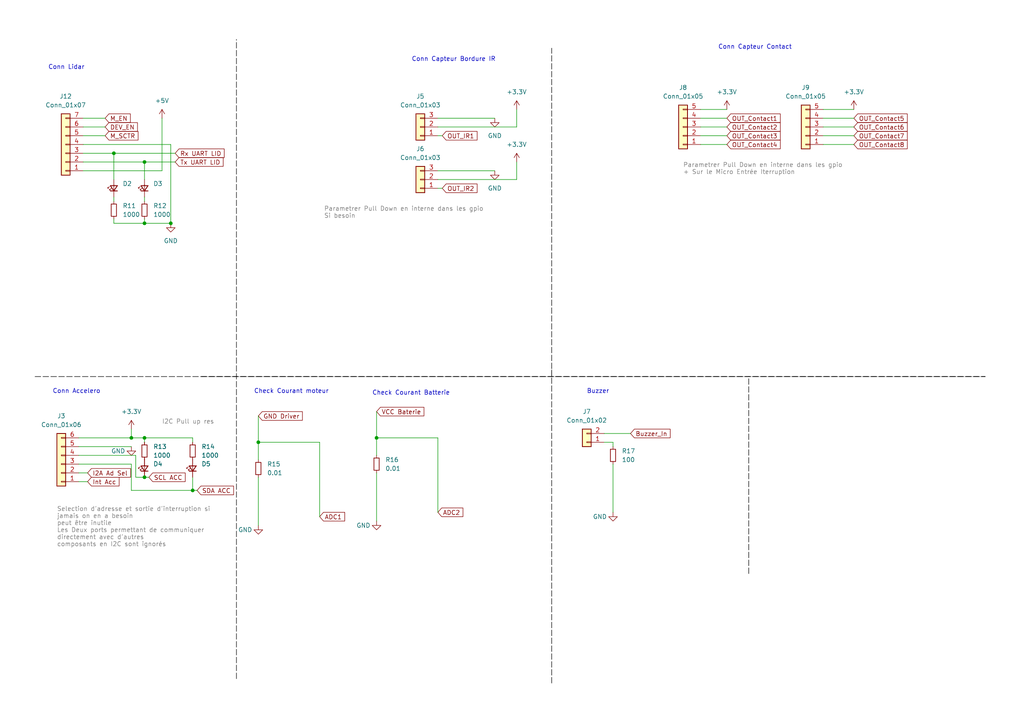
<source format=kicad_sch>
(kicad_sch (version 20230121) (generator eeschema)
  (paper "A4")
  (lib_symbols
    (symbol "Connector_Generic:Conn_01x02" (pin_names (offset 1.016) hide)
      (property "Reference" "J" (at 0 2.54 0))
      (property "Value" "Conn_01x02" (at 0 -5.08 0))
      (symbol "Conn_01x02_1_1"
        (rectangle (start -1.27 -2.413) (end 0 -2.667) (stroke (width 0.1524)))
        (rectangle (start -1.27 0.127) (end 0 -0.127) (stroke (width 0.1524)))
        (rectangle (start -1.27 1.27) (end 1.27 -3.81) (stroke (width 0.254)) (fill (type background)))
        (pin passive line (at -5.08 0 0) (length 3.81) (name "Pin_1") (number "1"))
        (pin passive line (at -5.08 -2.54 0) (length 3.81) (name "Pin_2") (number "2"))
      )
    )
    (symbol "Connector_Generic:Conn_01x03" (pin_names (offset 1.016) hide)
      (property "Reference" "J" (at 0 5.08 0))
      (property "Value" "Conn_01x03" (at 0 -5.08 0))
      (symbol "Conn_01x03_1_1"
        (rectangle (start -1.27 -2.413) (end 0 -2.667) (stroke (width 0.1524)))
        (rectangle (start -1.27 0.127) (end 0 -0.127) (stroke (width 0.1524)))
        (rectangle (start -1.27 2.667) (end 0 2.413) (stroke (width 0.1524)))
        (rectangle (start -1.27 3.81) (end 1.27 -3.81) (stroke (width 0.254)) (fill (type background)))
        (pin passive line (at -5.08 2.54 0) (length 3.81) (name "Pin_1") (number "1"))
        (pin passive line (at -5.08 0 0) (length 3.81) (name "Pin_2") (number "2"))
        (pin passive line (at -5.08 -2.54 0) (length 3.81) (name "Pin_3") (number "3"))
      )
    )
    (symbol "Connector_Generic:Conn_01x05" (pin_names (offset 1.016) hide)
      (property "Reference" "J" (at 0 7.62 0))
      (property "Value" "Conn_01x05" (at 0 -7.62 0))
      (symbol "Conn_01x05_1_1"
        (rectangle (start -1.27 -4.953) (end 0 -5.207) (stroke (width 0.1524)))
        (rectangle (start -1.27 -2.413) (end 0 -2.667) (stroke (width 0.1524)))
        (rectangle (start -1.27 0.127) (end 0 -0.127) (stroke (width 0.1524)))
        (rectangle (start -1.27 2.667) (end 0 2.413) (stroke (width 0.1524)))
        (rectangle (start -1.27 5.207) (end 0 4.953) (stroke (width 0.1524)))
        (rectangle (start -1.27 6.35) (end 1.27 -6.35) (stroke (width 0.254)) (fill (type background)))
        (pin passive line (at -5.08 5.08 0) (length 3.81) (name "Pin_1") (number "1"))
        (pin passive line (at -5.08 2.54 0) (length 3.81) (name "Pin_2") (number "2"))
        (pin passive line (at -5.08 0 0) (length 3.81) (name "Pin_3") (number "3"))
        (pin passive line (at -5.08 -2.54 0) (length 3.81) (name "Pin_4") (number "4"))
        (pin passive line (at -5.08 -5.08 0) (length 3.81) (name "Pin_5") (number "5"))
      )
    )
    (symbol "Connector_Generic:Conn_01x06" (pin_names (offset 1.016) hide)
      (property "Reference" "J" (at 0 7.62 0))
      (property "Value" "Conn_01x06" (at 0 -10.16 0))
      (symbol "Conn_01x06_1_1"
        (rectangle (start -1.27 -7.493) (end 0 -7.747) (stroke (width 0.1524)))
        (rectangle (start -1.27 -4.953) (end 0 -5.207) (stroke (width 0.1524)))
        (rectangle (start -1.27 -2.413) (end 0 -2.667) (stroke (width 0.1524)))
        (rectangle (start -1.27 0.127) (end 0 -0.127) (stroke (width 0.1524)))
        (rectangle (start -1.27 2.667) (end 0 2.413) (stroke (width 0.1524)))
        (rectangle (start -1.27 5.207) (end 0 4.953) (stroke (width 0.1524)))
        (rectangle (start -1.27 6.35) (end 1.27 -8.89) (stroke (width 0.254)) (fill (type background)))
        (pin passive line (at -5.08 5.08 0) (length 3.81) (name "Pin_1") (number "1"))
        (pin passive line (at -5.08 2.54 0) (length 3.81) (name "Pin_2") (number "2"))
        (pin passive line (at -5.08 0 0) (length 3.81) (name "Pin_3") (number "3"))
        (pin passive line (at -5.08 -2.54 0) (length 3.81) (name "Pin_4") (number "4"))
        (pin passive line (at -5.08 -5.08 0) (length 3.81) (name "Pin_5") (number "5"))
        (pin passive line (at -5.08 -7.62 0) (length 3.81) (name "Pin_6") (number "6"))
      )
    )
    (symbol "Connector_Generic:Conn_01x07" (pin_names (offset 1.016) hide)
      (property "Reference" "J" (at 0 10.16 0))
      (property "Value" "Conn_01x07" (at 0 -10.16 0))
      (symbol "Conn_01x07_1_1"
        (rectangle (start -1.27 -7.493) (end 0 -7.747) (stroke (width 0.1524)))
        (rectangle (start -1.27 -4.953) (end 0 -5.207) (stroke (width 0.1524)))
        (rectangle (start -1.27 -2.413) (end 0 -2.667) (stroke (width 0.1524)))
        (rectangle (start -1.27 0.127) (end 0 -0.127) (stroke (width 0.1524)))
        (rectangle (start -1.27 2.667) (end 0 2.413) (stroke (width 0.1524)))
        (rectangle (start -1.27 5.207) (end 0 4.953) (stroke (width 0.1524)))
        (rectangle (start -1.27 7.747) (end 0 7.493) (stroke (width 0.1524)))
        (rectangle (start -1.27 8.89) (end 1.27 -8.89) (stroke (width 0.254)) (fill (type background)))
        (pin passive line (at -5.08 7.62 0) (length 3.81) (name "Pin_1") (number "1"))
        (pin passive line (at -5.08 5.08 0) (length 3.81) (name "Pin_2") (number "2"))
        (pin passive line (at -5.08 2.54 0) (length 3.81) (name "Pin_3") (number "3"))
        (pin passive line (at -5.08 0 0) (length 3.81) (name "Pin_4") (number "4"))
        (pin passive line (at -5.08 -2.54 0) (length 3.81) (name "Pin_5") (number "5"))
        (pin passive line (at -5.08 -5.08 0) (length 3.81) (name "Pin_6") (number "6"))
        (pin passive line (at -5.08 -7.62 0) (length 3.81) (name "Pin_7") (number "7"))
      )
    )
    (symbol "Device:LED_Small" (pin_numbers hide) (pin_names (offset 0.254) hide)
      (property "Reference" "D" (at -1.27 3.175 0))
      (property "Value" "LED_Small" (at -4.445 -2.54 0))
      (symbol "LED_Small_0_1"
        (polyline (pts (xy -0.762 -1.016) (xy -0.762 1.016)) (stroke (width 0.254)))
        (polyline (pts (xy 1.016 0) (xy -0.762 0)))
        (polyline (pts (xy 0.762 -1.016) (xy -0.762 0) (xy 0.762 1.016) (xy 0.762 -1.016)) (stroke (width 0.254)))
        (polyline (pts (xy 0 0.762) (xy -0.508 1.27) (xy -0.254 1.27) (xy -0.508 1.27) (xy -0.508 1.016)))
        (polyline (pts (xy 0.508 1.27) (xy 0 1.778) (xy 0.254 1.778) (xy 0 1.778) (xy 0 1.524)))
      )
      (symbol "LED_Small_1_1"
        (pin passive line (at -2.54 0 0) (length 1.778) (name "K") (number "1"))
        (pin passive line (at 2.54 0 180) (length 1.778) (name "A") (number "2"))
      )
    )
    (symbol "Device:R_Small" (pin_numbers hide) (pin_names (offset 0.254) hide)
      (property "Reference" "R" (at 0.762 0.508 0))
      (property "Value" "R_Small" (at 0.762 -1.016 0))
      (symbol "R_Small_0_1"
        (rectangle (start -0.762 1.778) (end 0.762 -1.778) (stroke (width 0.2032)))
      )
      (symbol "R_Small_1_1"
        (pin passive line (at 0 2.54 270) (length 0.762) (name "~") (number "1"))
        (pin passive line (at 0 -2.54 90) (length 0.762) (name "~") (number "2"))
      )
    )
    (symbol "power:+3.3V" (power) (pin_names (offset 0))
      (property "Value" "+3.3V" (at 0 3.556 0))
      (symbol "+3.3V_0_1"
        (polyline (pts (xy -0.762 1.27) (xy 0 2.54)))
        (polyline (pts (xy 0 0) (xy 0 2.54)))
        (polyline (pts (xy 0 2.54) (xy 0.762 1.27)))
      )
      (symbol "+3.3V_1_1"
        (pin power_in line (at 0 0 90) (length 0) hide (name "+3.3V") (number "1"))
      )
    )
    (symbol "power:+5V" (power) (pin_names (offset 0))
      (property "Value" "+5V" (at 0 3.556 0))
      (symbol "+5V_0_1"
        (polyline (pts (xy -0.762 1.27) (xy 0 2.54)))
        (polyline (pts (xy 0 0) (xy 0 2.54)))
        (polyline (pts (xy 0 2.54) (xy 0.762 1.27)))
      )
      (symbol "+5V_1_1"
        (pin power_in line (at 0 0 90) (length 0) hide (name "+5V") (number "1"))
      )
    )
    (symbol "power:GND" (power) (pin_names (offset 0))
      (property "Value" "GND" (at 0 -3.81 0))
      (symbol "GND_0_1"
        (polyline (pts (xy 0 0) (xy 0 -1.27) (xy 1.27 -1.27) (xy 0 -2.54) (xy -1.27 -1.27) (xy 0 -1.27)))
      )
      (symbol "GND_1_1"
        (pin power_in line (at 0 0 270) (length 0) hide (name "GND") (number "1"))
      )
    )
  )
  (junction (at 109.22 127))
  (junction (at 74.93 128.27))
  (junction (at 38.1 127))
  (junction (at 41.91 138.43))
  (junction (at 41.91 64.77))
  (junction (at 49.53 64.77))
  (junction (at 41.91 46.99))
  (junction (at 33.02 44.45))
  (junction (at 55.88 142.24))
  (junction (at 41.91 127))
  (wire (pts (xy 127 34.29) (xy 143.51 34.29)))
  (wire (pts (xy 41.91 57.15) (xy 41.91 58.42)))
  (wire (pts (xy 127 36.83) (xy 149.86 36.83)))
  (wire (pts (xy 39.37 138.43) (xy 41.91 138.43)))
  (polyline (pts (xy 58.42 109.22) (xy 285.75 109.22)) (stroke (width 0) (type dash) (color 0 0 0 1)))
  (wire (pts (xy 203.2 34.29) (xy 210.82 34.29)))
  (polyline (pts (xy 160.02 109.22) (xy 160.02 13.97)) (stroke (width 0) (type dash) (color 0 0 0 1)))
  (wire (pts (xy 38.1 142.24) (xy 55.88 142.24)))
  (wire (pts (xy 55.88 142.24) (xy 57.15 142.24)))
  (wire (pts (xy 38.1 127) (xy 41.91 127)))
  (wire (pts (xy 24.13 36.83) (xy 30.48 36.83)))
  (wire (pts (xy 92.71 128.27) (xy 74.93 128.27)))
  (wire (pts (xy 55.88 138.43) (xy 55.88 142.24)))
  (wire (pts (xy 22.86 132.08) (xy 39.37 132.08)))
  (wire (pts (xy 74.93 128.27) (xy 74.93 133.35)))
  (wire (pts (xy 24.13 44.45) (xy 33.02 44.45)))
  (wire (pts (xy 24.13 49.53) (xy 46.99 49.53)))
  (wire (pts (xy 33.02 63.5) (xy 33.02 64.77)))
  (wire (pts (xy 41.91 127) (xy 41.91 128.27)))
  (wire (pts (xy 149.86 31.75) (xy 149.86 36.83)))
  (wire (pts (xy 109.22 119.38) (xy 109.22 127)))
  (polyline (pts (xy 10.16 109.22) (xy 285.75 109.22)) (stroke (width 0) (type dash) (color 0 0 0 1)))
  (wire (pts (xy 24.13 41.91) (xy 49.53 41.91)))
  (wire (pts (xy 175.26 128.27) (xy 177.8 128.27)))
  (wire (pts (xy 49.53 41.91) (xy 49.53 64.77)))
  (wire (pts (xy 127 127) (xy 109.22 127)))
  (wire (pts (xy 127 49.53) (xy 143.51 49.53)))
  (wire (pts (xy 22.86 137.16) (xy 25.4 137.16)))
  (wire (pts (xy 238.76 36.83) (xy 247.65 36.83)))
  (wire (pts (xy 92.71 128.27) (xy 92.71 149.86)))
  (wire (pts (xy 22.86 134.62) (xy 38.1 134.62)))
  (wire (pts (xy 203.2 41.91) (xy 210.82 41.91)))
  (wire (pts (xy 74.93 138.43) (xy 74.93 152.4)))
  (wire (pts (xy 238.76 41.91) (xy 247.65 41.91)))
  (wire (pts (xy 33.02 64.77) (xy 41.91 64.77)))
  (wire (pts (xy 127 52.07) (xy 149.86 52.07)))
  (wire (pts (xy 238.76 39.37) (xy 247.65 39.37)))
  (wire (pts (xy 203.2 31.75) (xy 210.82 31.75)))
  (wire (pts (xy 238.76 34.29) (xy 247.65 34.29)))
  (wire (pts (xy 203.2 39.37) (xy 210.82 39.37)))
  (wire (pts (xy 238.76 31.75) (xy 247.65 31.75)))
  (wire (pts (xy 127 127) (xy 127 148.59)))
  (wire (pts (xy 41.91 64.77) (xy 49.53 64.77)))
  (wire (pts (xy 33.02 44.45) (xy 33.02 52.07)))
  (wire (pts (xy 33.02 57.15) (xy 33.02 58.42)))
  (wire (pts (xy 22.86 129.54) (xy 38.1 129.54)))
  (wire (pts (xy 46.99 34.29) (xy 46.99 49.53)))
  (wire (pts (xy 55.88 128.27) (xy 55.88 127)))
  (wire (pts (xy 33.02 44.45) (xy 50.8 44.45)))
  (wire (pts (xy 41.91 127) (xy 55.88 127)))
  (wire (pts (xy 41.91 46.99) (xy 41.91 52.07)))
  (wire (pts (xy 38.1 134.62) (xy 38.1 142.24)))
  (polyline (pts (xy 160.02 198.12) (xy 160.02 106.68)) (stroke (width 0) (type dash) (color 0 0 0 1)))
  (wire (pts (xy 74.93 120.65) (xy 74.93 128.27)))
  (wire (pts (xy 41.91 46.99) (xy 50.8 46.99)))
  (wire (pts (xy 22.86 127) (xy 38.1 127)))
  (wire (pts (xy 177.8 134.62) (xy 177.8 148.59)))
  (wire (pts (xy 24.13 34.29) (xy 30.48 34.29)))
  (wire (pts (xy 109.22 137.16) (xy 109.22 151.13)))
  (wire (pts (xy 127 39.37) (xy 128.27 39.37)))
  (wire (pts (xy 24.13 46.99) (xy 41.91 46.99)))
  (wire (pts (xy 38.1 127) (xy 38.1 124.46)))
  (polyline (pts (xy 217.17 166.37) (xy 217.17 109.22)) (stroke (width 0) (type dash) (color 0 0 0 1)))
  (wire (pts (xy 127 54.61) (xy 128.27 54.61)))
  (wire (pts (xy 177.8 128.27) (xy 177.8 129.54)))
  (wire (pts (xy 41.91 63.5) (xy 41.91 64.77)))
  (wire (pts (xy 22.86 139.7) (xy 25.4 139.7)))
  (wire (pts (xy 24.13 39.37) (xy 30.48 39.37)))
  (wire (pts (xy 109.22 127) (xy 109.22 132.08)))
  (wire (pts (xy 41.91 138.43) (xy 43.18 138.43)))
  (wire (pts (xy 149.86 46.99) (xy 149.86 52.07)))
  (wire (pts (xy 203.2 36.83) (xy 210.82 36.83)))
  (wire (pts (xy 39.37 132.08) (xy 39.37 138.43)))
  (polyline (pts (xy 68.58 196.85) (xy 68.58 11.43)) (stroke (width 0) (type dash) (color 0 0 0 1)))
  (wire (pts (xy 175.26 125.73) (xy 182.88 125.73)))
  (text "Check Courant moteur\n" (at 73.66 114.3 0) (effects (font (size 1.27 1.27)) (justify left bottom)))
  (text "Buzzer\n" (at 170.18 114.3 0) (effects (font (size 1.27 1.27)) (justify left bottom)))
  (text "Parametrer Pull Down en interne dans les gpio\n+ Sur le Micro Entrée Iterruption" (at 198.12 50.8 0) (effects (font (size 1.27 1.27)) (justify left bottom)))
  (text "Check Courant Batterie\n\n" (at 107.95 116.84 0) (effects (font (size 1.27 1.27)) (justify left bottom)))
  (text "Conn Lidar" (at 13.97 20.32 0) (effects (font (size 1.27 1.27)) (justify left bottom)))
  (text "Conn Accelero\n" (at 15.24 114.3 0) (effects (font (size 1.27 1.27)) (justify left bottom)))
  (text "Conn Capteur Contact \n\n" (at 208.28 16.51 0) (effects (font (size 1.27 1.27)) (justify left bottom)))
  (text "Parametrer Pull Down en interne dans les gpio\nSi besoin" (at 93.98 63.5 0) (effects (font (size 1.27 1.27)) (justify left bottom)))
  (text "I2C Pull up res" (at 46.99 123.19 0) (effects (font (size 1.27 1.27)) (justify left bottom)))
  (text "Selection d'adresse et sortie d'interruption si \njamais on en a besoin\npeut être inutile \nLes Deux ports permettant de communiquer \ndirectement avec d'autres \ncomposants en I2C sont ignorés\n" (at 16.51 158.75 0) (effects (font (size 1.27 1.27)) (justify left bottom)))
  (text "Conn Capteur Bordure IR\n\n\n\n" (at 119.38 24.13 0) (effects (font (size 1.27 1.27)) (justify left bottom)))
  (global_label "Rx UART LID" (shape input) (at 50.8 44.45 0) (property "Intersheetrefs" "${INTERSHEET_REFS}" (effects hide)))
  (global_label "OUT_Contact6" (shape input) (at 247.65 36.83 0) (property "Intersheetrefs" "${INTERSHEET_REFS}" (effects hide)))
  (global_label "DEV_EN" (shape input) (at 30.48 36.83 0) (property "Intersheetrefs" "${INTERSHEET_REFS}" (effects hide)))
  (global_label "SDA ACC" (shape input) (at 57.15 142.24 0) (property "Intersheetrefs" "${INTERSHEET_REFS}" (effects hide)))
  (global_label "Int Acc" (shape input) (at 25.4 139.7 0) (property "Intersheetrefs" "${INTERSHEET_REFS}" (effects hide)))
  (global_label "ADC2" (shape input) (at 127 148.59 0) (property "Intersheetrefs" "${INTERSHEET_REFS}" (effects hide)))
  (global_label "OUT_Contact1" (shape input) (at 210.82 34.29 0) (property "Intersheetrefs" "${INTERSHEET_REFS}" (effects hide)))
  (global_label "OUT_Contact8" (shape input) (at 247.65 41.91 0) (property "Intersheetrefs" "${INTERSHEET_REFS}" (effects hide)))
  (global_label "OUT_IR2" (shape input) (at 128.27 54.61 0) (property "Intersheetrefs" "${INTERSHEET_REFS}" (effects hide)))
  (global_label "I2A Ad Sel" (shape input) (at 25.4 137.16 0) (property "Intersheetrefs" "${INTERSHEET_REFS}" (effects hide)))
  (global_label "OUT_Contact4" (shape input) (at 210.82 41.91 0) (property "Intersheetrefs" "${INTERSHEET_REFS}" (effects hide)))
  (global_label "OUT_Contact3" (shape input) (at 210.82 39.37 0) (property "Intersheetrefs" "${INTERSHEET_REFS}" (effects hide)))
  (global_label "GND Driver" (shape input) (at 74.93 120.65 0) (property "Intersheetrefs" "${INTERSHEET_REFS}" (effects hide)))
  (global_label "VCC Baterie" (shape input) (at 109.22 119.38 0) (property "Intersheetrefs" "${INTERSHEET_REFS}" (effects hide)))
  (global_label "OUT_Contact2" (shape input) (at 210.82 36.83 0) (property "Intersheetrefs" "${INTERSHEET_REFS}" (effects hide)))
  (global_label "OUT_Contact5" (shape input) (at 247.65 34.29 0) (property "Intersheetrefs" "${INTERSHEET_REFS}" (effects hide)))
  (global_label "Tx UART LID" (shape input) (at 50.8 46.99 0) (property "Intersheetrefs" "${INTERSHEET_REFS}" (effects hide)))
  (global_label "M_EN" (shape input) (at 30.48 34.29 0) (property "Intersheetrefs" "${INTERSHEET_REFS}" (effects hide)))
  (global_label "M_SCTR" (shape input) (at 30.48 39.37 0) (property "Intersheetrefs" "${INTERSHEET_REFS}" (effects hide)))
  (global_label "SCL ACC" (shape input) (at 43.18 138.43 0) (property "Intersheetrefs" "${INTERSHEET_REFS}" (effects hide)))
  (global_label "OUT_Contact7" (shape input) (at 247.65 39.37 0) (property "Intersheetrefs" "${INTERSHEET_REFS}" (effects hide)))
  (global_label "ADC1" (shape input) (at 92.71 149.86 0) (property "Intersheetrefs" "${INTERSHEET_REFS}" (effects hide)))
  (global_label "Buzzer_In" (shape input) (at 182.88 125.73 0) (property "Intersheetrefs" "${INTERSHEET_REFS}" (effects hide)))
  (global_label "OUT_IR1" (shape input) (at 128.27 39.37 0) (property "Intersheetrefs" "${INTERSHEET_REFS}" (effects hide)))
  (symbol (lib_id "power:+3.3V") (at 149.86 31.75 0) (unit 1)
    (property "Reference" "#PWR039" (effects hide))
    (property "Value" "+3.3V" (at 149.86 26.67 0))
    (instances (project "Alimentation" (path "" (reference "#PWR039") (unit 1))) (project "Projet Chat - Capteurs" (path "" (reference "#PWR?") (unit 1))))
  )
  (symbol (lib_id "Device:R_Small") (at 41.91 130.81 0) (unit 1)
    (property "Reference" "R13" (at 44.45 129.54 0) (effects (justify left)))
    (property "Value" "1000" (at 44.45 132.08 0) (effects (justify left)))
    (property "Footprint" "Resistor_SMD:R_0603_1608Metric_Pad0.98x0.95mm_HandSolder" (effects hide))
    (instances (project "Alimentation" (path "" (reference "R13") (unit 1))) (project "Projet Chat - Capteurs" (path "" (reference "R?") (unit 1))))
  )
  (symbol (lib_id "power:GND") (at 49.53 64.77 0) (unit 1)
    (property "Reference" "#PWR034" (effects hide))
    (property "Value" "GND" (at 49.53 69.85 0))
    (instances (project "Alimentation" (path "" (reference "#PWR034") (unit 1))) (project "Projet Chat - Capteurs" (path "" (reference "#PWR?") (unit 1))))
  )
  (symbol (lib_id "Device:R_Small") (at 74.93 135.89 0) (unit 1)
    (property "Reference" "R15" (at 77.47 134.62 0) (effects (justify left)))
    (property "Value" "0.01" (at 77.47 137.16 0) (effects (justify left)))
    (property "Footprint" "Resistor_SMD:R_0603_1608Metric_Pad0.98x0.95mm_HandSolder" (effects hide))
    (instances (project "Alimentation" (path "" (reference "R15") (unit 1))) (project "Projet Chat - Capteurs" (path "" (reference "R?") (unit 1))))
  )
  (symbol (lib_id "Device:LED_Small") (at 55.88 135.89 90) (unit 1)
    (property "Reference" "D5" (at 58.42 134.5565 90) (effects (justify right)))
    (property "Value" "LED_Small" (effects hide))
    (property "Footprint" "LED_SMD:LED_0603_1608Metric_Pad1.05x0.95mm_HandSolder" (effects hide))
    (instances (project "Alimentation" (path "" (reference "D5") (unit 1))) (project "Projet Chat - Capteurs" (path "" (reference "D?") (unit 1))))
  )
  (symbol (lib_id "power:GND") (at 143.51 34.29 0) (unit 1)
    (property "Reference" "#PWR037" (effects hide))
    (property "Value" "GND" (at 143.51 39.37 0))
    (instances (project "Alimentation" (path "" (reference "#PWR037") (unit 1))) (project "Projet Chat - Capteurs" (path "" (reference "#PWR?") (unit 1))))
  )
  (symbol (lib_id "Device:LED_Small") (at 33.02 54.61 90) (unit 1)
    (property "Reference" "D2" (at 35.56 53.2765 90) (effects (justify right)))
    (property "Value" "LED_Small" (effects hide))
    (property "Footprint" "LED_SMD:LED_0603_1608Metric_Pad1.05x0.95mm_HandSolder" (effects hide))
    (instances (project "Alimentation" (path "" (reference "D2") (unit 1))) (project "Projet Chat - Capteurs" (path "" (reference "D?") (unit 1))))
  )
  (symbol (lib_id "Connector_Generic:Conn_01x05") (at 233.68 36.83 180) (unit 1)
    (property "Reference" "J9" (at 233.68 25.4 0))
    (property "Value" "Conn_01x05" (at 233.68 27.94 0))
    (property "Footprint" "Connector_PinSocket_2.54mm:PinSocket_1x05_P2.54mm_Vertical" (effects hide))
    (instances (project "Alimentation" (path "" (reference "J9") (unit 1))) (project "Projet Chat - Capteurs" (path "" (reference "J?") (unit 1))))
  )
  (symbol (lib_id "Device:R_Small") (at 109.22 134.62 0) (unit 1)
    (property "Reference" "R16" (at 111.76 133.35 0) (effects (justify left)))
    (property "Value" "0.01" (at 111.76 135.89 0) (effects (justify left)))
    (property "Footprint" "Resistor_SMD:R_0603_1608Metric_Pad0.98x0.95mm_HandSolder" (effects hide))
    (instances (project "Alimentation" (path "" (reference "R16") (unit 1))) (project "Projet Chat - Capteurs" (path "" (reference "R?") (unit 1))))
  )
  (symbol (lib_id "Device:R_Small") (at 177.8 132.08 0) (unit 1)
    (property "Reference" "R17" (at 180.34 130.81 0) (effects (justify left)))
    (property "Value" "100" (at 180.34 133.35 0) (effects (justify left)))
    (property "Footprint" "Resistor_SMD:R_0603_1608Metric_Pad0.98x0.95mm_HandSolder" (effects hide))
    (instances (project "Alimentation" (path "" (reference "R17") (unit 1))) (project "Projet Chat - Capteurs" (path "" (reference "R?") (unit 1))))
  )
  (symbol (lib_id "power:+5V") (at 46.99 34.29 0) (unit 1)
    (property "Reference" "#PWR033" (effects hide))
    (property "Value" "+5V" (at 46.99 29.21 0))
    (instances (project "Alimentation" (path "" (reference "#PWR033") (unit 1))) (project "Projet Chat - Capteurs" (path "" (reference "#PWR?") (unit 1))))
  )
  (symbol (lib_id "Device:R_Small") (at 55.88 130.81 0) (unit 1)
    (property "Reference" "R14" (at 58.42 129.54 0) (effects (justify left)))
    (property "Value" "1000" (at 58.42 132.08 0) (effects (justify left)))
    (property "Footprint" "Resistor_SMD:R_0603_1608Metric_Pad0.98x0.95mm_HandSolder" (effects hide))
    (instances (project "Alimentation" (path "" (reference "R14") (unit 1))) (project "Projet Chat - Capteurs" (path "" (reference "R?") (unit 1))))
  )
  (symbol (lib_id "power:GND") (at 38.1 129.54 0) (unit 1)
    (property "Reference" "#PWR032" (effects hide))
    (property "Value" "GND" (at 34.29 130.81 0))
    (instances (project "Alimentation" (path "" (reference "#PWR032") (unit 1))) (project "Projet Chat - Capteurs" (path "" (reference "#PWR?") (unit 1))))
  )
  (symbol (lib_id "power:+3.3V") (at 149.86 46.99 0) (unit 1)
    (property "Reference" "#PWR040" (effects hide))
    (property "Value" "+3.3V" (at 149.86 41.91 0))
    (instances (project "Alimentation" (path "" (reference "#PWR040") (unit 1))) (project "Projet Chat - Capteurs" (path "" (reference "#PWR?") (unit 1))))
  )
  (symbol (lib_id "power:GND") (at 177.8 148.59 0) (unit 1)
    (property "Reference" "#PWR041" (effects hide))
    (property "Value" "GND" (at 173.99 149.86 0))
    (instances (project "Alimentation" (path "" (reference "#PWR041") (unit 1))) (project "Projet Chat - Capteurs" (path "" (reference "#PWR?") (unit 1))))
  )
  (symbol (lib_id "power:GND") (at 74.93 152.4 0) (unit 1)
    (property "Reference" "#PWR035" (effects hide))
    (property "Value" "GND" (at 71.12 153.67 0))
    (instances (project "Alimentation" (path "" (reference "#PWR035") (unit 1))) (project "Projet Chat - Capteurs" (path "" (reference "#PWR?") (unit 1))))
  )
  (symbol (lib_id "Device:R_Small") (at 41.91 60.96 0) (unit 1)
    (property "Reference" "R12" (at 44.45 59.69 0) (effects (justify left)))
    (property "Value" "1000" (at 44.45 62.23 0) (effects (justify left)))
    (property "Footprint" "Resistor_SMD:R_0603_1608Metric_Pad0.98x0.95mm_HandSolder" (effects hide))
    (instances (project "Alimentation" (path "" (reference "R12") (unit 1))) (project "Projet Chat - Capteurs" (path "" (reference "R?") (unit 1))))
  )
  (symbol (lib_id "Device:LED_Small") (at 41.91 54.61 90) (unit 1)
    (property "Reference" "D3" (at 44.45 53.2765 90) (effects (justify right)))
    (property "Value" "LED_Small" (effects hide))
    (property "Footprint" "LED_SMD:LED_0603_1608Metric_Pad1.05x0.95mm_HandSolder" (effects hide))
    (instances (project "Alimentation" (path "" (reference "D3") (unit 1))) (project "Projet Chat - Capteurs" (path "" (reference "D?") (unit 1))))
  )
  (symbol (lib_id "Connector_Generic:Conn_01x03") (at 121.92 36.83 180) (unit 1)
    (property "Reference" "J5" (at 121.92 27.94 0))
    (property "Value" "Conn_01x03" (at 121.92 30.48 0))
    (property "Footprint" "Connector_PinSocket_2.54mm:PinSocket_1x03_P2.54mm_Vertical" (effects hide))
    (instances (project "Alimentation" (path "" (reference "J5") (unit 1))) (project "Projet Chat - Capteurs" (path "" (reference "J?") (unit 1))))
  )
  (symbol (lib_id "Connector_Generic:Conn_01x06") (at 17.78 134.62 180) (unit 1)
    (property "Reference" "J3" (at 17.78 120.65 0))
    (property "Value" "Conn_01x06" (at 17.78 123.19 0))
    (property "Footprint" "Connector_PinSocket_2.54mm:PinSocket_1x06_P2.54mm_Vertical" (effects hide))
    (instances (project "Alimentation" (path "" (reference "J3") (unit 1))) (project "Projet Chat - Capteurs" (path "" (reference "J?") (unit 1))))
  )
  (symbol (lib_id "Connector_Generic:Conn_01x02") (at 170.18 128.27 180) (unit 1)
    (property "Reference" "J7" (at 170.18 119.38 0))
    (property "Value" "Conn_01x02" (at 170.18 121.92 0))
    (property "Footprint" "Connector_PinSocket_2.54mm:PinSocket_1x02_P2.54mm_Vertical" (effects hide))
    (instances (project "Alimentation" (path "" (reference "J7") (unit 1))) (project "Projet Chat - Capteurs" (path "" (reference "J?") (unit 1))))
  )
  (symbol (lib_id "Connector_Generic:Conn_01x07") (at 19.05 41.91 180) (unit 1)
    (property "Reference" "J12" (at 19.05 27.94 0))
    (property "Value" "Conn_01x07" (at 19.05 30.48 0))
    (property "Footprint" "Connector_PinSocket_2.54mm:PinSocket_1x06_P2.54mm_Vertical" (effects hide))
  )
  (symbol (lib_id "Connector_Generic:Conn_01x03") (at 121.92 52.07 180) (unit 1)
    (property "Reference" "J6" (at 121.92 43.18 0))
    (property "Value" "Conn_01x03" (at 121.92 45.72 0))
    (property "Footprint" "Connector_PinSocket_2.54mm:PinSocket_1x03_P2.54mm_Vertical" (effects hide))
    (instances (project "Alimentation" (path "" (reference "J6") (unit 1))) (project "Projet Chat - Capteurs" (path "" (reference "J?") (unit 1))))
  )
  (symbol (lib_id "Connector_Generic:Conn_01x05") (at 198.12 36.83 180) (unit 1)
    (property "Reference" "J8" (at 198.12 25.4 0))
    (property "Value" "Conn_01x05" (at 198.12 27.94 0))
    (property "Footprint" "Connector_PinSocket_2.54mm:PinSocket_1x05_P2.54mm_Vertical" (effects hide))
    (instances (project "Alimentation" (path "" (reference "J8") (unit 1))) (project "Projet Chat - Capteurs" (path "" (reference "J?") (unit 1))))
  )
  (symbol (lib_id "Device:R_Small") (at 33.02 60.96 0) (unit 1)
    (property "Reference" "R11" (at 35.56 59.69 0) (effects (justify left)))
    (property "Value" "1000" (at 35.56 62.23 0) (effects (justify left)))
    (property "Footprint" "Resistor_SMD:R_0603_1608Metric_Pad0.98x0.95mm_HandSolder" (effects hide))
    (instances (project "Alimentation" (path "" (reference "R11") (unit 1))) (project "Projet Chat - Capteurs" (path "" (reference "R?") (unit 1))))
  )
  (symbol (lib_id "power:+3.3V") (at 210.82 31.75 0) (unit 1)
    (property "Reference" "#PWR042" (effects hide))
    (property "Value" "+3.3V" (at 210.82 26.67 0))
    (instances (project "Alimentation" (path "" (reference "#PWR042") (unit 1))) (project "Projet Chat - Capteurs" (path "" (reference "#PWR?") (unit 1))))
  )
  (symbol (lib_id "Device:LED_Small") (at 41.91 135.89 90) (unit 1)
    (property "Reference" "D4" (at 44.45 134.5565 90) (effects (justify right)))
    (property "Value" "LED_Small" (effects hide))
    (property "Footprint" "LED_SMD:LED_0603_1608Metric_Pad1.05x0.95mm_HandSolder" (effects hide))
    (instances (project "Alimentation" (path "" (reference "D4") (unit 1))) (project "Projet Chat - Capteurs" (path "" (reference "D?") (unit 1))))
  )
  (symbol (lib_id "power:GND") (at 109.22 151.13 0) (unit 1)
    (property "Reference" "#PWR036" (effects hide))
    (property "Value" "GND" (at 105.41 152.4 0))
    (instances (project "Alimentation" (path "" (reference "#PWR036") (unit 1))) (project "Projet Chat - Capteurs" (path "" (reference "#PWR?") (unit 1))))
  )
  (symbol (lib_id "power:GND") (at 143.51 49.53 0) (unit 1)
    (property "Reference" "#PWR038" (effects hide))
    (property "Value" "GND" (at 143.51 54.61 0))
    (instances (project "Alimentation" (path "" (reference "#PWR038") (unit 1))) (project "Projet Chat - Capteurs" (path "" (reference "#PWR?") (unit 1))))
  )
  (symbol (lib_id "power:+3.3V") (at 38.1 124.46 0) (unit 1)
    (property "Reference" "#PWR031" (effects hide))
    (property "Value" "+3.3V" (at 38.1 119.38 0))
    (instances (project "Alimentation" (path "" (reference "#PWR031") (unit 1))) (project "Projet Chat - Capteurs" (path "" (reference "#PWR?") (unit 1))))
  )
  (symbol (lib_id "power:+3.3V") (at 247.65 31.75 0) (unit 1)
    (property "Reference" "#PWR043" (effects hide))
    (property "Value" "+3.3V" (at 247.65 26.67 0))
    (instances (project "Alimentation" (path "" (reference "#PWR043") (unit 1))) (project "Projet Chat - Capteurs" (path "" (reference "#PWR?") (unit 1))))
  )
)
</source>
